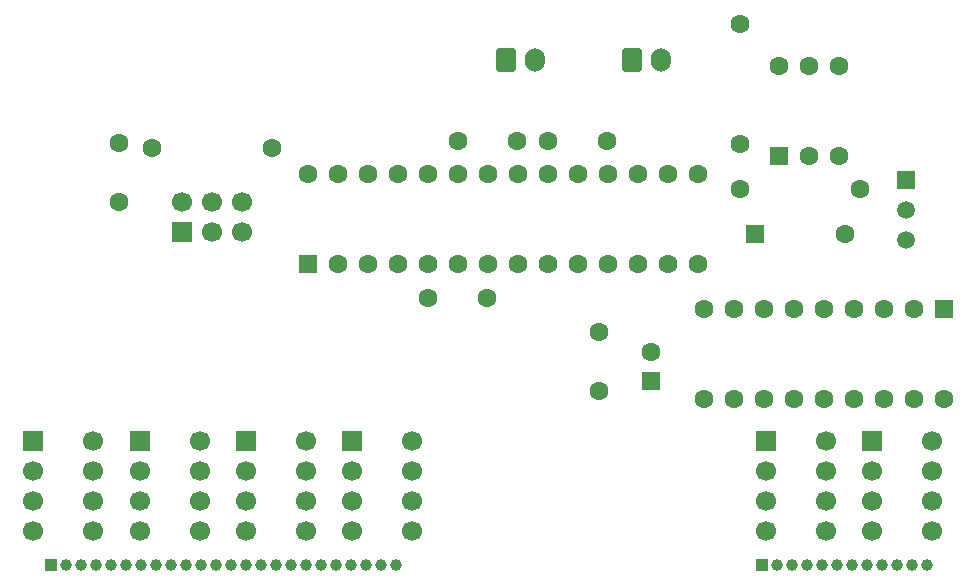
<source format=gbs>
G04 #@! TF.GenerationSoftware,KiCad,Pcbnew,9.0.5*
G04 #@! TF.CreationDate,2025-10-26T11:27:20+01:00*
G04 #@! TF.ProjectId,rec_play_switch_module,7265635f-706c-4617-995f-737769746368,rev?*
G04 #@! TF.SameCoordinates,Original*
G04 #@! TF.FileFunction,Soldermask,Bot*
G04 #@! TF.FilePolarity,Negative*
%FSLAX46Y46*%
G04 Gerber Fmt 4.6, Leading zero omitted, Abs format (unit mm)*
G04 Created by KiCad (PCBNEW 9.0.5) date 2025-10-26 11:27:20*
%MOMM*%
%LPD*%
G01*
G04 APERTURE LIST*
G04 Aperture macros list*
%AMRoundRect*
0 Rectangle with rounded corners*
0 $1 Rounding radius*
0 $2 $3 $4 $5 $6 $7 $8 $9 X,Y pos of 4 corners*
0 Add a 4 corners polygon primitive as box body*
4,1,4,$2,$3,$4,$5,$6,$7,$8,$9,$2,$3,0*
0 Add four circle primitives for the rounded corners*
1,1,$1+$1,$2,$3*
1,1,$1+$1,$4,$5*
1,1,$1+$1,$6,$7*
1,1,$1+$1,$8,$9*
0 Add four rect primitives between the rounded corners*
20,1,$1+$1,$2,$3,$4,$5,0*
20,1,$1+$1,$4,$5,$6,$7,0*
20,1,$1+$1,$6,$7,$8,$9,0*
20,1,$1+$1,$8,$9,$2,$3,0*%
G04 Aperture macros list end*
%ADD10C,1.600000*%
%ADD11R,1.000000X1.000000*%
%ADD12C,1.000000*%
%ADD13RoundRect,0.250000X-0.550000X0.550000X-0.550000X-0.550000X0.550000X-0.550000X0.550000X0.550000X0*%
%ADD14RoundRect,0.250000X-0.600000X-0.750000X0.600000X-0.750000X0.600000X0.750000X-0.600000X0.750000X0*%
%ADD15O,1.700000X2.000000*%
%ADD16R,1.700000X1.700000*%
%ADD17C,1.700000*%
%ADD18RoundRect,0.250000X0.550000X-0.550000X0.550000X0.550000X-0.550000X0.550000X-0.550000X-0.550000X0*%
%ADD19RoundRect,0.250000X-0.550000X-0.550000X0.550000X-0.550000X0.550000X0.550000X-0.550000X0.550000X0*%
%ADD20R,1.500000X1.500000*%
%ADD21C,1.500000*%
G04 APERTURE END LIST*
D10*
X167426000Y-67945000D03*
X172426000Y-67945000D03*
X141224000Y-59777000D03*
X141224000Y-54777000D03*
D11*
X195723000Y-90551000D03*
D12*
X196993000Y-90551000D03*
X198263000Y-90551000D03*
X199533000Y-90551000D03*
X200803000Y-90551000D03*
X202073000Y-90551000D03*
X203343000Y-90551000D03*
X204613000Y-90551000D03*
X205883000Y-90551000D03*
X207153000Y-90551000D03*
X208423000Y-90551000D03*
X209693000Y-90551000D03*
D13*
X211074000Y-68834000D03*
D10*
X208534000Y-68834000D03*
X205994000Y-68834000D03*
X203454000Y-68834000D03*
X200914000Y-68834000D03*
X198374000Y-68834000D03*
X195834000Y-68834000D03*
X193294000Y-68834000D03*
X190754000Y-68834000D03*
X190754000Y-76454000D03*
X193294000Y-76454000D03*
X195834000Y-76454000D03*
X198374000Y-76454000D03*
X200914000Y-76454000D03*
X203454000Y-76454000D03*
X205994000Y-76454000D03*
X208534000Y-76454000D03*
X211074000Y-76454000D03*
D14*
X184658000Y-47752000D03*
D15*
X187158000Y-47752000D03*
D16*
X161000000Y-80000000D03*
D17*
X161000000Y-82540000D03*
X161000000Y-85080000D03*
X161000000Y-87620000D03*
X166080000Y-87620000D03*
X166080000Y-85080000D03*
X166080000Y-82540000D03*
X166080000Y-80000000D03*
D14*
X174010000Y-47760400D03*
D15*
X176510000Y-47760400D03*
D10*
X144018000Y-55245000D03*
X154178000Y-55245000D03*
D16*
X152000000Y-80000000D03*
D17*
X152000000Y-82540000D03*
X152000000Y-85080000D03*
X152000000Y-87620000D03*
X157080000Y-87620000D03*
X157080000Y-85080000D03*
X157080000Y-82540000D03*
X157080000Y-80000000D03*
D10*
X177586000Y-54610000D03*
X182586000Y-54610000D03*
D18*
X157226000Y-65019000D03*
D10*
X159766000Y-65019000D03*
X162306000Y-65019000D03*
X164846000Y-65019000D03*
X167386000Y-65019000D03*
X169926000Y-65019000D03*
X172466000Y-65019000D03*
X175006000Y-65019000D03*
X177546000Y-65019000D03*
X180086000Y-65019000D03*
X182626000Y-65019000D03*
X185166000Y-65019000D03*
X187706000Y-65019000D03*
X190246000Y-65019000D03*
X190246000Y-57399000D03*
X187706000Y-57399000D03*
X185166000Y-57399000D03*
X182626000Y-57399000D03*
X180086000Y-57399000D03*
X177546000Y-57399000D03*
X175006000Y-57399000D03*
X172466000Y-57399000D03*
X169926000Y-57399000D03*
X167386000Y-57399000D03*
X164846000Y-57399000D03*
X162306000Y-57399000D03*
X159766000Y-57399000D03*
X157226000Y-57399000D03*
D16*
X134000000Y-80000000D03*
D17*
X134000000Y-82540000D03*
X134000000Y-85080000D03*
X134000000Y-87620000D03*
X139080000Y-87620000D03*
X139080000Y-85080000D03*
X139080000Y-82540000D03*
X139080000Y-80000000D03*
D11*
X135509000Y-90551000D03*
D12*
X136779000Y-90551000D03*
X138049000Y-90551000D03*
X139319000Y-90551000D03*
X140589000Y-90551000D03*
X141859000Y-90551000D03*
X143129000Y-90551000D03*
X144399000Y-90551000D03*
X145669000Y-90551000D03*
X146939000Y-90551000D03*
X148209000Y-90551000D03*
X149479000Y-90551000D03*
X150749000Y-90551000D03*
X152019000Y-90551000D03*
X153289000Y-90551000D03*
X154559000Y-90551000D03*
X155829000Y-90551000D03*
X157099000Y-90551000D03*
X158369000Y-90551000D03*
X159639000Y-90551000D03*
X160909000Y-90551000D03*
X162179000Y-90551000D03*
X163449000Y-90551000D03*
X164719000Y-90551000D03*
D10*
X203962000Y-58674000D03*
X193802000Y-58674000D03*
D16*
X143000000Y-80000000D03*
D17*
X143000000Y-82540000D03*
X143000000Y-85080000D03*
X143000000Y-87620000D03*
X148080000Y-87620000D03*
X148080000Y-85080000D03*
X148080000Y-82540000D03*
X148080000Y-80000000D03*
D16*
X205000000Y-80000000D03*
D17*
X205000000Y-82540000D03*
X205000000Y-85080000D03*
X205000000Y-87620000D03*
X210080000Y-87620000D03*
X210080000Y-85080000D03*
X210080000Y-82540000D03*
X210080000Y-80000000D03*
D10*
X193802000Y-44704000D03*
X193802000Y-54864000D03*
D18*
X197104000Y-55880000D03*
D10*
X199644000Y-55880000D03*
X202184000Y-55880000D03*
X202184000Y-48260000D03*
X199644000Y-48260000D03*
X197104000Y-48260000D03*
D19*
X195072000Y-62484000D03*
D10*
X202692000Y-62484000D03*
D16*
X146558000Y-62362000D03*
D17*
X149098000Y-62362000D03*
X151638000Y-62362000D03*
X151638000Y-59822000D03*
X149098000Y-59822000D03*
X146558000Y-59822000D03*
D10*
X181864000Y-75779000D03*
X181864000Y-70779000D03*
D20*
X207912500Y-57912000D03*
D21*
X207912500Y-60452000D03*
X207912500Y-62992000D03*
D10*
X174966000Y-54610000D03*
X169966000Y-54610000D03*
D18*
X186309000Y-74992113D03*
D10*
X186309000Y-72492113D03*
D16*
X196000000Y-80000000D03*
D17*
X196000000Y-82540000D03*
X196000000Y-85080000D03*
X196000000Y-87620000D03*
X201080000Y-87620000D03*
X201080000Y-85080000D03*
X201080000Y-82540000D03*
X201080000Y-80000000D03*
M02*

</source>
